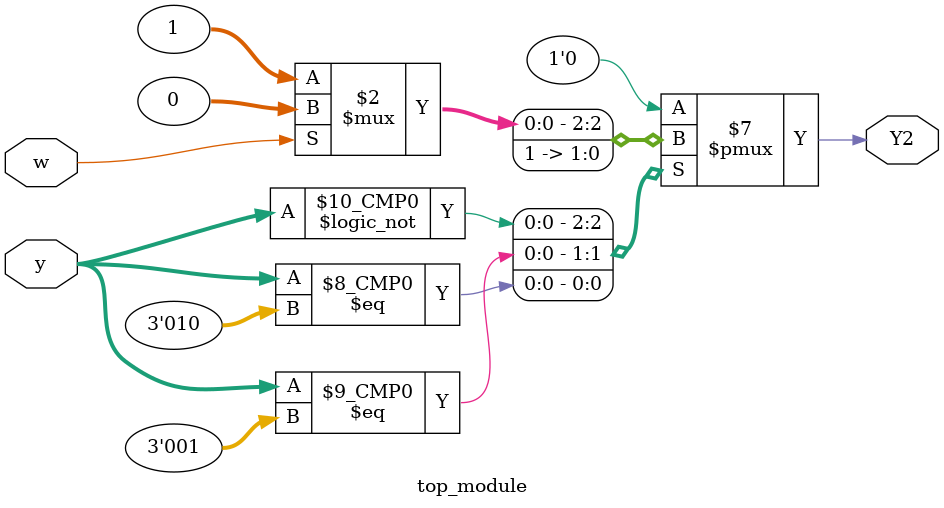
<source format=sv>
module top_module(
    input [3:1] y,
    input w,
    output reg Y2);

    always @(*) begin
        case (y)
            // Next state logic for Y2
            3'b000: Y2 = (w) ? 0 : 1;
            3'b001: Y2 = 1;
            3'b010: Y2 = 1;
            3'b011: Y2 = 0;
            3'b100: Y2 = 0;
            3'b101: Y2 = 0;
            default: Y2 = 0;
        endcase
    end

endmodule

</source>
